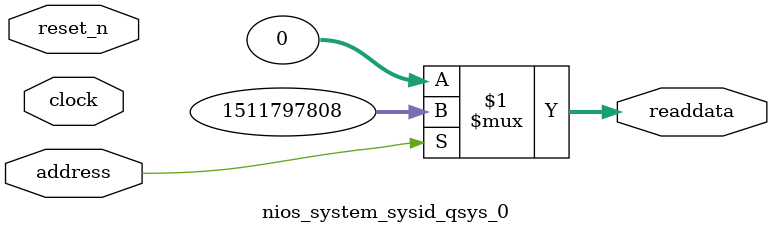
<source format=v>

`timescale 1ns / 1ps
// synthesis translate_on

// turn off superfluous verilog processor warnings 
// altera message_level Level1 
// altera message_off 10034 10035 10036 10037 10230 10240 10030 

module nios_system_sysid_qsys_0 (
               // inputs:
                address,
                clock,
                reset_n,

               // outputs:
                readdata
             )
;

  output  [ 31: 0] readdata;
  input            address;
  input            clock;
  input            reset_n;

  wire    [ 31: 0] readdata;
  //control_slave, which is an e_avalon_slave
  assign readdata = address ? 1511797808 : 0;

endmodule




</source>
